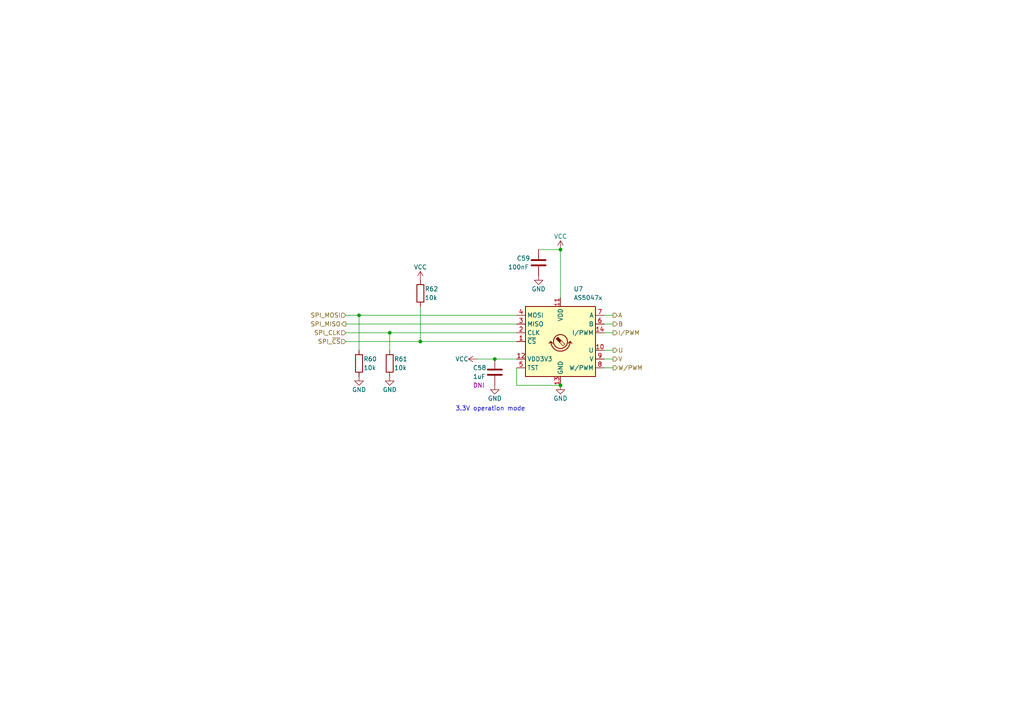
<source format=kicad_sch>
(kicad_sch (version 20211123) (generator eeschema)
  (paper "A4")
  (lib_symbols
    (symbol "Device:C" (pin_numbers hide) (pin_names (offset 0.254))
      (property "Reference" "C" (at 0.635 2.54 0))
      (property "Value" "C" (at 0.635 -2.54 0))
      (symbol "C_0_1"
        (polyline (pts (xy -2.032 -0.762) (xy 2.032 -0.762)) (stroke (width 0.508)))
        (polyline (pts (xy -2.032 0.762) (xy 2.032 0.762)) (stroke (width 0.508)))
      )
      (symbol "C_1_1"
        (pin passive line (at 0 3.81 270) (length 2.794) (name "~") (number "1"))
        (pin passive line (at 0 -3.81 90) (length 2.794) (name "~") (number "2"))
      )
    )
    (symbol "Device:R" (pin_numbers hide) (pin_names (offset 0))
      (property "Reference" "R" (at 2.032 0 90))
      (property "Value" "R" (at 0 0 90))
      (symbol "R_0_1"
        (rectangle (start -1.016 -2.54) (end 1.016 2.54) (stroke (width 0.254)))
      )
      (symbol "R_1_1"
        (pin passive line (at 0 3.81 270) (length 1.27) (name "~") (number "1"))
        (pin passive line (at 0 -3.81 90) (length 1.27) (name "~") (number "2"))
      )
    )
    (symbol "Sensor_Magnetic:AS5047D"
      (property "Reference" "U" (at -8.89 11.43 0))
      (property "Value" "AS5047D" (at 5.08 11.43 0))
      (symbol "AS5047D_1_1"
        (rectangle (start -10.16 10.16) (end 10.16 -10.16) (stroke (width 0.254)) (fill (type background)))
        (arc (start -2.794 0) (mid 0 -2.794) (end 2.794 0) (stroke (width 0.254)))
        (polyline (pts (xy -2.794 0) (xy -3.302 -0.508)) (stroke (width 0.254)))
        (polyline (pts (xy -2.794 0) (xy -2.286 -0.508)) (stroke (width 0.254)))
        (polyline (pts (xy 2.794 0) (xy 2.286 -0.508)) (stroke (width 0.254)))
        (polyline (pts (xy 2.794 0) (xy 3.302 -0.508)) (stroke (width 0.254)))
        (polyline (pts (xy 0.254 0.254) (xy 1.27 -0.762) (xy 0.762 -1.27) (xy -0.254 -0.254)))
        (polyline (pts (xy -0.762 1.27) (xy 0.254 0.254) (xy -0.254 -0.254) (xy -1.27 0.762) (xy -1.016 1.016) (xy -0.762 1.27) (xy -0.635 1.143)) (fill (type outline)))
        (circle (center 0 0) (radius 2.032) (stroke (width 0.254)))
        (pin input line (at -12.7 0 0) (length 2.54) (name "~{CS}") (number "1"))
        (pin output line (at 12.7 -2.54 180) (length 2.54) (name "U") (number "10"))
        (pin power_in line (at 0 12.7 270) (length 2.54) (name "VDD") (number "11"))
        (pin power_out line (at -12.7 -5.08 0) (length 2.54) (name "VDD3V3") (number "12"))
        (pin power_in line (at 0 -12.7 90) (length 2.54) (name "GND") (number "13"))
        (pin output line (at 12.7 2.54 180) (length 2.54) (name "I/PWM") (number "14"))
        (pin input line (at -12.7 2.54 0) (length 2.54) (name "CLK") (number "2"))
        (pin output line (at -12.7 5.08 0) (length 2.54) (name "MISO") (number "3"))
        (pin input line (at -12.7 7.62 0) (length 2.54) (name "MOSI") (number "4"))
        (pin input line (at -12.7 -7.62 0) (length 2.54) (name "TST") (number "5"))
        (pin output line (at 12.7 5.08 180) (length 2.54) (name "B") (number "6"))
        (pin output line (at 12.7 7.62 180) (length 2.54) (name "A") (number "7"))
        (pin output line (at 12.7 -7.62 180) (length 2.54) (name "W/PWM") (number "8"))
        (pin output line (at 12.7 -5.08 180) (length 2.54) (name "V") (number "9"))
      )
    )
    (symbol "power:GND" (power) (pin_names (offset 0))
      (property "Value" "GND" (at 0 -3.81 0))
      (symbol "GND_0_1"
        (polyline (pts (xy 0 0) (xy 0 -1.27) (xy 1.27 -1.27) (xy 0 -2.54) (xy -1.27 -1.27) (xy 0 -1.27)))
      )
      (symbol "GND_1_1"
        (pin power_in line (at 0 0 270) (length 0) hide (name "GND") (number "1"))
      )
    )
    (symbol "power:VCC" (power) (pin_names (offset 0))
      (property "Value" "VCC" (at 0 3.81 0))
      (symbol "VCC_0_1"
        (polyline (pts (xy -0.762 1.27) (xy 0 2.54)))
        (polyline (pts (xy 0 0) (xy 0 2.54)))
        (polyline (pts (xy 0 2.54) (xy 0.762 1.27)))
      )
      (symbol "VCC_1_1"
        (pin power_in line (at 0 0 90) (length 0) hide (name "VCC") (number "1"))
      )
    )
  )
  (junction (at 162.56 111.76))
  (junction (at 104.14 91.44))
  (junction (at 121.92 99.06))
  (junction (at 162.56 72.39))
  (junction (at 143.51 104.14))
  (junction (at 113.03 96.52))
  (wire (pts (xy 100.33 93.98) (xy 149.86 93.98)))
  (wire (pts (xy 177.8 96.52) (xy 175.26 96.52)))
  (wire (pts (xy 100.33 96.52) (xy 113.03 96.52)))
  (wire (pts (xy 104.14 91.44) (xy 104.14 101.6)))
  (wire (pts (xy 177.8 93.98) (xy 175.26 93.98)))
  (wire (pts (xy 143.51 104.14) (xy 149.86 104.14)))
  (wire (pts (xy 177.8 106.68) (xy 175.26 106.68)))
  (wire (pts (xy 121.92 88.9) (xy 121.92 99.06)))
  (wire (pts (xy 177.8 91.44) (xy 175.26 91.44)))
  (wire (pts (xy 149.86 106.68) (xy 149.86 111.76)))
  (wire (pts (xy 177.8 104.14) (xy 175.26 104.14)))
  (wire (pts (xy 149.86 111.76) (xy 162.56 111.76)))
  (wire (pts (xy 113.03 96.52) (xy 113.03 101.6)))
  (wire (pts (xy 162.56 72.39) (xy 162.56 86.36)))
  (wire (pts (xy 104.14 91.44) (xy 149.86 91.44)))
  (wire (pts (xy 100.33 91.44) (xy 104.14 91.44)))
  (wire (pts (xy 177.8 101.6) (xy 175.26 101.6)))
  (wire (pts (xy 100.33 99.06) (xy 121.92 99.06)))
  (wire (pts (xy 156.21 72.39) (xy 162.56 72.39)))
  (wire (pts (xy 113.03 96.52) (xy 149.86 96.52)))
  (wire (pts (xy 121.92 99.06) (xy 149.86 99.06)))
  (wire (pts (xy 138.43 104.14) (xy 143.51 104.14)))
  (text "3.3V operation mode" (at 132.08 119.38 0) (effects (font (size 1.27 1.27)) (justify left bottom)))
  (hierarchical_label "SPI_MISO" (shape output) (at 100.33 93.98 180))
  (hierarchical_label "W{slash}PWM" (shape output) (at 177.8 106.68 0))
  (hierarchical_label "B" (shape output) (at 177.8 93.98 0))
  (hierarchical_label "I{slash}PWM" (shape output) (at 177.8 96.52 0))
  (hierarchical_label "SPI_CLK" (shape input) (at 100.33 96.52 180))
  (hierarchical_label "V" (shape output) (at 177.8 104.14 0))
  (hierarchical_label "SPI_~{CS}" (shape input) (at 100.33 99.06 180))
  (hierarchical_label "U" (shape output) (at 177.8 101.6 0))
  (hierarchical_label "SPI_MOSI" (shape input) (at 100.33 91.44 180))
  (hierarchical_label "A" (shape output) (at 177.8 91.44 0))
  (symbol (lib_id "Device:C") (at 156.21 76.2 0) (unit 1)
    (property "Reference" "C59" (at 149.86 74.93 0) (effects (justify left)))
    (property "Value" "100nF" (at 147.32 77.47 0) (effects (justify left)))
    (property "Footprint" "Capacitor_SMD:C_0402_1005Metric" (effects hide))
    (property "JLCPCB Part #" "C1525" (effects hide))
    (property "MFR.Part #" "CL05B104KO5NNNC" (effects hide))
  )
  (symbol (lib_id "Device:R") (at 113.03 105.41 0) (unit 1)
    (property "Reference" "R61" (at 114.3 104.14 0) (effects (justify left)))
    (property "Value" "10k" (at 114.3 106.68 0) (effects (justify left)))
    (property "Footprint" "Resistor_SMD:R_0402_1005Metric" (effects hide))
    (property "JLCPCB Part #" "C25744" (effects hide))
    (property "MFR.Part #" "0402WGF1002TCE" (effects hide))
  )
  (symbol (lib_id "power:GND") (at 143.51 111.76 0) (unit 1)
    (property "Reference" "#PWR0117" (effects hide))
    (property "Value" "GND" (at 143.51 115.57 0))
  )
  (symbol (lib_id "power:GND") (at 162.56 111.76 0) (unit 1)
    (property "Reference" "#PWR0120" (effects hide))
    (property "Value" "GND" (at 162.56 115.57 0))
  )
  (symbol (lib_id "Device:R") (at 104.14 105.41 0) (unit 1)
    (property "Reference" "R60" (at 105.41 104.14 0) (effects (justify left)))
    (property "Value" "10k" (at 105.41 106.68 0) (effects (justify left)))
    (property "Footprint" "Resistor_SMD:R_0402_1005Metric" (effects hide))
    (property "JLCPCB Part #" "C25744" (effects hide))
    (property "MFR.Part #" "0402WGF1002TCE" (effects hide))
  )
  (symbol (lib_id "Device:C") (at 143.51 107.95 0) (unit 1)
    (property "Reference" "C58" (at 137.16 106.68 0) (effects (justify left)))
    (property "Value" "1uF" (at 137.16 109.22 0) (effects (justify left)))
    (property "Footprint" "Capacitor_SMD:C_0402_1005Metric" (effects hide))
    (property "Note" "DNI" (at 137.16 111.76 0) (effects (justify left)))
    (property "JLCPCB Part #" "C52923" (effects hide))
    (property "MFR.Part #" "CL05A105KA5NQNC" (effects hide))
  )
  (symbol (lib_id "power:GND") (at 104.14 109.22 0) (unit 1)
    (property "Reference" "#PWR0113" (effects hide))
    (property "Value" "GND" (at 104.14 113.03 0))
  )
  (symbol (lib_id "power:VCC") (at 121.92 81.28 0) (unit 1)
    (property "Reference" "#PWR0115" (effects hide))
    (property "Value" "VCC" (at 121.92 77.47 0))
  )
  (symbol (lib_id "power:GND") (at 113.03 109.22 0) (unit 1)
    (property "Reference" "#PWR0114" (effects hide))
    (property "Value" "GND" (at 113.03 113.03 0))
  )
  (symbol (lib_id "Sensor_Magnetic:AS5047D") (at 162.56 99.06 0) (unit 1)
    (property "Reference" "U7" (at 166.37 83.82 0) (effects (justify left)))
    (property "Value" "AS5047x" (at 166.37 86.36 0) (effects (justify left)))
    (property "Footprint" "Package_SO:TSSOP-14_4.4x5mm_P0.65mm" (effects hide))
    (property "Datasheet" "https://ams.com/documents/20143/36005/AS5047D_DS000394_2-00.pdf" (effects hide))
    (property "JLCPCB Part #" "C962063" (effects hide))
    (property "MFR.Part #" "AS5047P-ATSM" (effects hide))
  )
  (symbol (lib_id "Device:R") (at 121.92 85.09 0) (unit 1)
    (property "Reference" "R62" (at 123.19 83.82 0) (effects (justify left)))
    (property "Value" "10k" (at 123.19 86.36 0) (effects (justify left)))
    (property "Footprint" "Resistor_SMD:R_0402_1005Metric" (effects hide))
    (property "JLCPCB Part #" "C25744" (effects hide))
    (property "MFR.Part #" "0402WGF1002TCE" (effects hide))
  )
  (symbol (lib_id "power:VCC") (at 162.56 72.39 0) (unit 1)
    (property "Reference" "#PWR0119" (effects hide))
    (property "Value" "VCC" (at 162.56 68.58 0))
  )
  (symbol (lib_id "power:GND") (at 156.21 80.01 0) (unit 1)
    (property "Reference" "#PWR0118" (effects hide))
    (property "Value" "GND" (at 156.21 83.82 0))
  )
  (symbol (lib_id "power:VCC") (at 138.43 104.14 90) (unit 1)
    (property "Reference" "#PWR0116" (effects hide))
    (property "Value" "VCC" (at 135.89 104.14 90) (effects (justify left)))
  )
)
</source>
